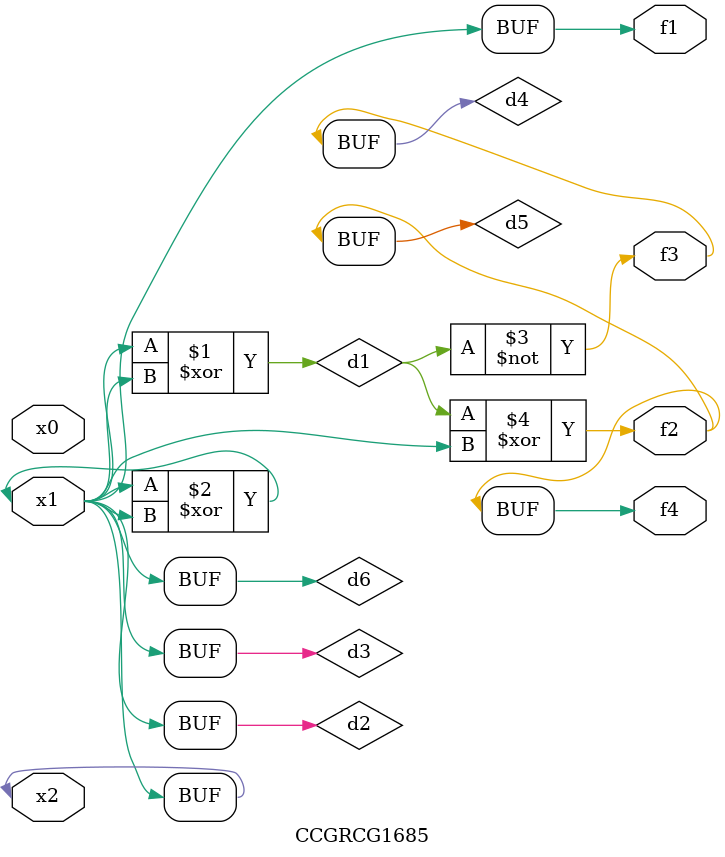
<source format=v>
module CCGRCG1685(
	input x0, x1, x2,
	output f1, f2, f3, f4
);

	wire d1, d2, d3, d4, d5, d6;

	xor (d1, x1, x2);
	buf (d2, x1, x2);
	xor (d3, x1, x2);
	nor (d4, d1);
	xor (d5, d1, d2);
	buf (d6, d2, d3);
	assign f1 = d6;
	assign f2 = d5;
	assign f3 = d4;
	assign f4 = d5;
endmodule

</source>
